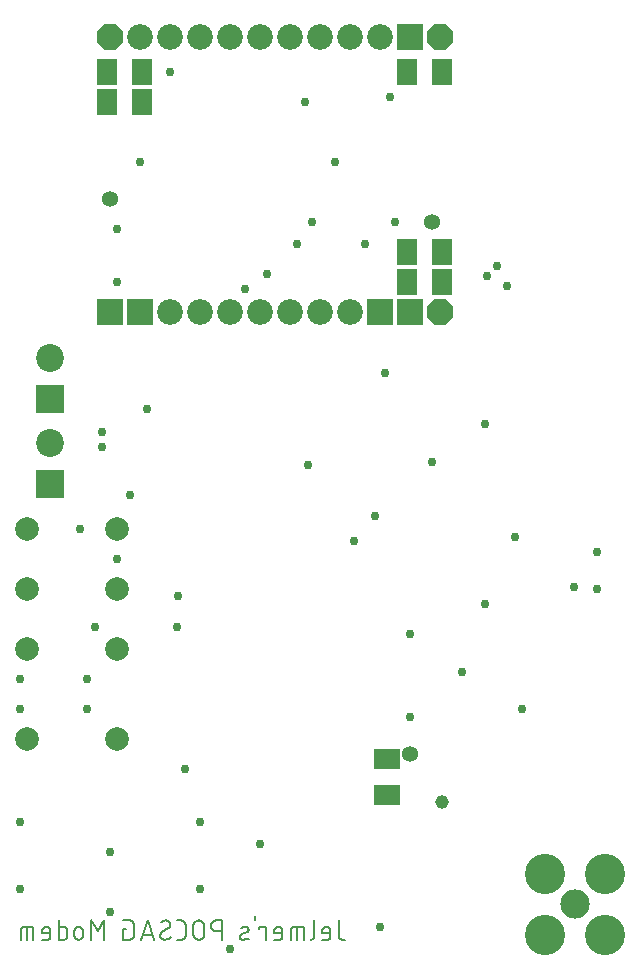
<source format=gbr>
G04 EAGLE Gerber RS-274X export*
G75*
%MOMM*%
%FSLAX34Y34*%
%LPD*%
%INSoldermask Bottom*%
%IPPOS*%
%AMOC8*
5,1,8,0,0,1.08239X$1,22.5*%
G01*
%ADD10C,0.152400*%
%ADD11R,1.703200X2.203200*%
%ADD12R,2.203200X1.703200*%
%ADD13R,2.183200X2.183200*%
%ADD14C,2.183200*%
%ADD15P,2.363074X8X22.500000*%
%ADD16R,2.363200X2.363200*%
%ADD17C,2.363200*%
%ADD18C,2.003200*%
%ADD19C,2.489200*%
%ADD20C,3.403600*%
%ADD21C,1.355600*%
%ADD22C,0.755600*%
%ADD23C,1.155600*%


D10*
X288997Y37338D02*
X288997Y24694D01*
X288998Y24694D02*
X289000Y24576D01*
X289006Y24458D01*
X289015Y24340D01*
X289029Y24223D01*
X289046Y24106D01*
X289067Y23989D01*
X289092Y23874D01*
X289121Y23759D01*
X289154Y23645D01*
X289190Y23533D01*
X289230Y23422D01*
X289273Y23312D01*
X289320Y23203D01*
X289370Y23096D01*
X289425Y22991D01*
X289482Y22888D01*
X289543Y22787D01*
X289607Y22687D01*
X289674Y22590D01*
X289744Y22495D01*
X289818Y22403D01*
X289894Y22312D01*
X289974Y22225D01*
X290056Y22140D01*
X290141Y22058D01*
X290228Y21978D01*
X290319Y21902D01*
X290411Y21828D01*
X290506Y21758D01*
X290603Y21691D01*
X290703Y21627D01*
X290804Y21566D01*
X290907Y21509D01*
X291012Y21454D01*
X291119Y21404D01*
X291228Y21357D01*
X291338Y21314D01*
X291449Y21274D01*
X291561Y21238D01*
X291675Y21205D01*
X291790Y21176D01*
X291905Y21151D01*
X292022Y21130D01*
X292139Y21113D01*
X292256Y21099D01*
X292374Y21090D01*
X292492Y21084D01*
X292610Y21082D01*
X294416Y21082D01*
X279360Y21082D02*
X274844Y21082D01*
X279360Y21082D02*
X279461Y21084D01*
X279562Y21090D01*
X279663Y21099D01*
X279764Y21112D01*
X279864Y21129D01*
X279963Y21150D01*
X280061Y21174D01*
X280158Y21202D01*
X280255Y21234D01*
X280350Y21269D01*
X280443Y21308D01*
X280535Y21350D01*
X280626Y21396D01*
X280715Y21445D01*
X280801Y21497D01*
X280886Y21553D01*
X280969Y21611D01*
X281049Y21673D01*
X281127Y21738D01*
X281203Y21805D01*
X281276Y21875D01*
X281346Y21948D01*
X281413Y22024D01*
X281478Y22102D01*
X281540Y22182D01*
X281598Y22265D01*
X281654Y22350D01*
X281706Y22436D01*
X281755Y22525D01*
X281801Y22616D01*
X281843Y22708D01*
X281882Y22801D01*
X281917Y22896D01*
X281949Y22993D01*
X281977Y23090D01*
X282001Y23188D01*
X282022Y23287D01*
X282039Y23387D01*
X282052Y23488D01*
X282061Y23589D01*
X282067Y23690D01*
X282069Y23791D01*
X282069Y28307D01*
X282067Y28426D01*
X282061Y28546D01*
X282051Y28665D01*
X282037Y28783D01*
X282020Y28902D01*
X281998Y29019D01*
X281973Y29136D01*
X281943Y29251D01*
X281910Y29366D01*
X281873Y29480D01*
X281833Y29592D01*
X281788Y29703D01*
X281740Y29812D01*
X281689Y29920D01*
X281634Y30026D01*
X281575Y30130D01*
X281513Y30232D01*
X281448Y30332D01*
X281379Y30430D01*
X281307Y30526D01*
X281232Y30619D01*
X281155Y30709D01*
X281074Y30797D01*
X280990Y30882D01*
X280903Y30964D01*
X280814Y31044D01*
X280722Y31120D01*
X280628Y31194D01*
X280531Y31264D01*
X280433Y31331D01*
X280332Y31395D01*
X280228Y31455D01*
X280123Y31512D01*
X280016Y31565D01*
X279908Y31615D01*
X279798Y31661D01*
X279686Y31703D01*
X279573Y31742D01*
X279459Y31777D01*
X279344Y31808D01*
X279227Y31836D01*
X279110Y31859D01*
X278993Y31879D01*
X278874Y31895D01*
X278755Y31907D01*
X278636Y31915D01*
X278517Y31919D01*
X278397Y31919D01*
X278278Y31915D01*
X278159Y31907D01*
X278040Y31895D01*
X277921Y31879D01*
X277804Y31859D01*
X277687Y31836D01*
X277570Y31808D01*
X277455Y31777D01*
X277341Y31742D01*
X277228Y31703D01*
X277116Y31661D01*
X277006Y31615D01*
X276898Y31565D01*
X276791Y31512D01*
X276686Y31455D01*
X276582Y31395D01*
X276481Y31331D01*
X276383Y31264D01*
X276286Y31194D01*
X276192Y31120D01*
X276100Y31044D01*
X276011Y30964D01*
X275924Y30882D01*
X275840Y30797D01*
X275759Y30709D01*
X275682Y30619D01*
X275607Y30526D01*
X275535Y30430D01*
X275466Y30332D01*
X275401Y30232D01*
X275339Y30130D01*
X275280Y30026D01*
X275225Y29920D01*
X275174Y29812D01*
X275126Y29703D01*
X275081Y29592D01*
X275041Y29480D01*
X275004Y29366D01*
X274971Y29251D01*
X274941Y29136D01*
X274916Y29019D01*
X274894Y28902D01*
X274877Y28783D01*
X274863Y28665D01*
X274853Y28546D01*
X274847Y28426D01*
X274845Y28307D01*
X274844Y28307D02*
X274844Y26501D01*
X282069Y26501D01*
X268285Y23791D02*
X268285Y37338D01*
X268285Y23791D02*
X268283Y23690D01*
X268277Y23589D01*
X268268Y23488D01*
X268255Y23387D01*
X268238Y23287D01*
X268217Y23188D01*
X268193Y23090D01*
X268165Y22993D01*
X268133Y22896D01*
X268098Y22801D01*
X268059Y22708D01*
X268017Y22616D01*
X267971Y22525D01*
X267922Y22436D01*
X267870Y22350D01*
X267814Y22265D01*
X267756Y22182D01*
X267694Y22102D01*
X267629Y22024D01*
X267562Y21948D01*
X267492Y21875D01*
X267419Y21805D01*
X267343Y21738D01*
X267265Y21673D01*
X267185Y21611D01*
X267102Y21553D01*
X267017Y21497D01*
X266931Y21445D01*
X266842Y21396D01*
X266751Y21350D01*
X266659Y21308D01*
X266566Y21269D01*
X266471Y21234D01*
X266374Y21202D01*
X266277Y21174D01*
X266179Y21150D01*
X266080Y21129D01*
X265980Y21112D01*
X265879Y21099D01*
X265778Y21090D01*
X265677Y21084D01*
X265576Y21082D01*
X259386Y21082D02*
X259386Y31919D01*
X251258Y31919D01*
X251157Y31917D01*
X251056Y31911D01*
X250955Y31902D01*
X250854Y31889D01*
X250754Y31872D01*
X250655Y31851D01*
X250557Y31827D01*
X250460Y31799D01*
X250363Y31767D01*
X250268Y31732D01*
X250175Y31693D01*
X250083Y31651D01*
X249992Y31605D01*
X249904Y31556D01*
X249817Y31504D01*
X249732Y31448D01*
X249649Y31390D01*
X249569Y31328D01*
X249491Y31263D01*
X249415Y31196D01*
X249342Y31126D01*
X249272Y31053D01*
X249205Y30977D01*
X249140Y30899D01*
X249078Y30819D01*
X249020Y30736D01*
X248964Y30651D01*
X248912Y30564D01*
X248863Y30476D01*
X248817Y30385D01*
X248775Y30293D01*
X248736Y30200D01*
X248701Y30105D01*
X248669Y30008D01*
X248641Y29911D01*
X248617Y29813D01*
X248596Y29714D01*
X248579Y29614D01*
X248566Y29513D01*
X248557Y29412D01*
X248551Y29311D01*
X248549Y29210D01*
X248549Y21082D01*
X253968Y21082D02*
X253968Y31919D01*
X238718Y21082D02*
X234203Y21082D01*
X238718Y21082D02*
X238819Y21084D01*
X238920Y21090D01*
X239021Y21099D01*
X239122Y21112D01*
X239222Y21129D01*
X239321Y21150D01*
X239419Y21174D01*
X239516Y21202D01*
X239613Y21234D01*
X239708Y21269D01*
X239801Y21308D01*
X239893Y21350D01*
X239984Y21396D01*
X240073Y21445D01*
X240159Y21497D01*
X240244Y21553D01*
X240327Y21611D01*
X240407Y21673D01*
X240485Y21738D01*
X240561Y21805D01*
X240634Y21875D01*
X240704Y21948D01*
X240771Y22024D01*
X240836Y22102D01*
X240898Y22182D01*
X240956Y22265D01*
X241012Y22350D01*
X241064Y22436D01*
X241113Y22525D01*
X241159Y22616D01*
X241201Y22708D01*
X241240Y22801D01*
X241275Y22896D01*
X241307Y22993D01*
X241335Y23090D01*
X241359Y23188D01*
X241380Y23287D01*
X241397Y23387D01*
X241410Y23488D01*
X241419Y23589D01*
X241425Y23690D01*
X241427Y23791D01*
X241428Y23791D02*
X241428Y28307D01*
X241427Y28307D02*
X241425Y28426D01*
X241419Y28546D01*
X241409Y28665D01*
X241395Y28783D01*
X241378Y28902D01*
X241356Y29019D01*
X241331Y29136D01*
X241301Y29251D01*
X241268Y29366D01*
X241231Y29480D01*
X241191Y29592D01*
X241146Y29703D01*
X241098Y29812D01*
X241047Y29920D01*
X240992Y30026D01*
X240933Y30130D01*
X240871Y30232D01*
X240806Y30332D01*
X240737Y30430D01*
X240665Y30526D01*
X240590Y30619D01*
X240513Y30709D01*
X240432Y30797D01*
X240348Y30882D01*
X240261Y30964D01*
X240172Y31044D01*
X240080Y31120D01*
X239986Y31194D01*
X239889Y31264D01*
X239791Y31331D01*
X239690Y31395D01*
X239586Y31455D01*
X239481Y31512D01*
X239374Y31565D01*
X239266Y31615D01*
X239156Y31661D01*
X239044Y31703D01*
X238931Y31742D01*
X238817Y31777D01*
X238702Y31808D01*
X238585Y31836D01*
X238468Y31859D01*
X238351Y31879D01*
X238232Y31895D01*
X238113Y31907D01*
X237994Y31915D01*
X237875Y31919D01*
X237755Y31919D01*
X237636Y31915D01*
X237517Y31907D01*
X237398Y31895D01*
X237279Y31879D01*
X237162Y31859D01*
X237045Y31836D01*
X236928Y31808D01*
X236813Y31777D01*
X236699Y31742D01*
X236586Y31703D01*
X236474Y31661D01*
X236364Y31615D01*
X236256Y31565D01*
X236149Y31512D01*
X236044Y31455D01*
X235940Y31395D01*
X235839Y31331D01*
X235741Y31264D01*
X235644Y31194D01*
X235550Y31120D01*
X235458Y31044D01*
X235369Y30964D01*
X235282Y30882D01*
X235198Y30797D01*
X235117Y30709D01*
X235040Y30619D01*
X234965Y30526D01*
X234893Y30430D01*
X234824Y30332D01*
X234759Y30232D01*
X234697Y30130D01*
X234638Y30026D01*
X234583Y29920D01*
X234532Y29812D01*
X234484Y29703D01*
X234439Y29592D01*
X234399Y29480D01*
X234362Y29366D01*
X234329Y29251D01*
X234299Y29136D01*
X234274Y29019D01*
X234252Y28902D01*
X234235Y28783D01*
X234221Y28665D01*
X234211Y28546D01*
X234205Y28426D01*
X234203Y28307D01*
X234203Y26501D01*
X241428Y26501D01*
X227275Y21082D02*
X227275Y31919D01*
X221856Y31919D01*
X221856Y30113D01*
X218016Y37338D02*
X218016Y40950D01*
X211416Y27404D02*
X206900Y25598D01*
X211416Y27404D02*
X211504Y27441D01*
X211590Y27482D01*
X211675Y27526D01*
X211758Y27574D01*
X211838Y27625D01*
X211917Y27679D01*
X211993Y27737D01*
X212067Y27797D01*
X212139Y27861D01*
X212207Y27927D01*
X212273Y27997D01*
X212336Y28068D01*
X212397Y28143D01*
X212454Y28219D01*
X212507Y28298D01*
X212558Y28379D01*
X212605Y28462D01*
X212649Y28547D01*
X212689Y28634D01*
X212726Y28722D01*
X212759Y28812D01*
X212789Y28903D01*
X212814Y28995D01*
X212836Y29088D01*
X212854Y29182D01*
X212869Y29276D01*
X212879Y29371D01*
X212885Y29467D01*
X212888Y29562D01*
X212887Y29658D01*
X212881Y29753D01*
X212872Y29849D01*
X212859Y29943D01*
X212843Y30037D01*
X212822Y30131D01*
X212797Y30223D01*
X212769Y30314D01*
X212737Y30404D01*
X212702Y30493D01*
X212663Y30580D01*
X212620Y30666D01*
X212574Y30750D01*
X212524Y30831D01*
X212472Y30911D01*
X212416Y30989D01*
X212356Y31064D01*
X212294Y31136D01*
X212229Y31206D01*
X212161Y31274D01*
X212091Y31338D01*
X212018Y31400D01*
X211942Y31458D01*
X211864Y31514D01*
X211784Y31566D01*
X211702Y31615D01*
X211618Y31660D01*
X211532Y31702D01*
X211445Y31741D01*
X211356Y31776D01*
X211265Y31807D01*
X211174Y31834D01*
X211081Y31858D01*
X210988Y31878D01*
X210894Y31894D01*
X210799Y31906D01*
X210704Y31915D01*
X210608Y31919D01*
X210513Y31920D01*
X210266Y31913D01*
X210020Y31901D01*
X209774Y31883D01*
X209528Y31858D01*
X209284Y31828D01*
X209040Y31792D01*
X208797Y31751D01*
X208555Y31703D01*
X208314Y31649D01*
X208075Y31590D01*
X207837Y31525D01*
X207601Y31454D01*
X207366Y31378D01*
X207133Y31296D01*
X206903Y31208D01*
X206675Y31115D01*
X206448Y31017D01*
X206900Y25597D02*
X206812Y25560D01*
X206726Y25519D01*
X206641Y25475D01*
X206558Y25427D01*
X206478Y25376D01*
X206399Y25322D01*
X206323Y25264D01*
X206249Y25204D01*
X206177Y25140D01*
X206109Y25074D01*
X206043Y25004D01*
X205980Y24933D01*
X205919Y24858D01*
X205862Y24782D01*
X205809Y24703D01*
X205758Y24622D01*
X205711Y24539D01*
X205667Y24454D01*
X205627Y24367D01*
X205590Y24279D01*
X205557Y24189D01*
X205527Y24098D01*
X205502Y24006D01*
X205480Y23913D01*
X205462Y23819D01*
X205447Y23725D01*
X205437Y23630D01*
X205431Y23534D01*
X205428Y23439D01*
X205429Y23343D01*
X205435Y23248D01*
X205444Y23152D01*
X205457Y23058D01*
X205473Y22964D01*
X205494Y22870D01*
X205519Y22778D01*
X205547Y22687D01*
X205579Y22597D01*
X205614Y22508D01*
X205653Y22421D01*
X205696Y22335D01*
X205742Y22251D01*
X205792Y22170D01*
X205844Y22090D01*
X205900Y22012D01*
X205960Y21937D01*
X206022Y21865D01*
X206087Y21795D01*
X206155Y21727D01*
X206225Y21663D01*
X206298Y21601D01*
X206374Y21543D01*
X206452Y21487D01*
X206532Y21435D01*
X206614Y21386D01*
X206698Y21341D01*
X206784Y21299D01*
X206871Y21260D01*
X206960Y21225D01*
X207051Y21194D01*
X207142Y21167D01*
X207235Y21143D01*
X207328Y21123D01*
X207422Y21107D01*
X207517Y21095D01*
X207612Y21086D01*
X207708Y21082D01*
X207803Y21081D01*
X207804Y21082D02*
X208166Y21091D01*
X208528Y21109D01*
X208889Y21136D01*
X209249Y21171D01*
X209609Y21214D01*
X209968Y21266D01*
X210325Y21327D01*
X210680Y21396D01*
X211034Y21473D01*
X211386Y21559D01*
X211736Y21653D01*
X212084Y21756D01*
X212429Y21866D01*
X212771Y21985D01*
X190016Y21082D02*
X190016Y37338D01*
X185500Y37338D01*
X185367Y37336D01*
X185235Y37330D01*
X185103Y37320D01*
X184971Y37307D01*
X184839Y37289D01*
X184709Y37268D01*
X184578Y37243D01*
X184449Y37214D01*
X184321Y37181D01*
X184193Y37145D01*
X184067Y37105D01*
X183942Y37061D01*
X183818Y37013D01*
X183696Y36962D01*
X183575Y36907D01*
X183456Y36849D01*
X183338Y36787D01*
X183223Y36722D01*
X183109Y36653D01*
X182998Y36582D01*
X182889Y36506D01*
X182782Y36428D01*
X182677Y36347D01*
X182575Y36262D01*
X182475Y36175D01*
X182378Y36085D01*
X182283Y35992D01*
X182192Y35896D01*
X182103Y35798D01*
X182017Y35697D01*
X181934Y35593D01*
X181854Y35487D01*
X181778Y35379D01*
X181704Y35269D01*
X181634Y35156D01*
X181567Y35042D01*
X181504Y34925D01*
X181444Y34807D01*
X181387Y34687D01*
X181334Y34565D01*
X181285Y34442D01*
X181239Y34318D01*
X181197Y34192D01*
X181159Y34065D01*
X181124Y33937D01*
X181093Y33808D01*
X181066Y33679D01*
X181043Y33548D01*
X181023Y33417D01*
X181008Y33285D01*
X180996Y33153D01*
X180988Y33021D01*
X180984Y32888D01*
X180984Y32756D01*
X180988Y32623D01*
X180996Y32491D01*
X181008Y32359D01*
X181023Y32227D01*
X181043Y32096D01*
X181066Y31965D01*
X181093Y31836D01*
X181124Y31707D01*
X181159Y31579D01*
X181197Y31452D01*
X181239Y31326D01*
X181285Y31202D01*
X181334Y31079D01*
X181387Y30957D01*
X181444Y30837D01*
X181504Y30719D01*
X181567Y30602D01*
X181634Y30488D01*
X181704Y30375D01*
X181778Y30265D01*
X181854Y30157D01*
X181934Y30051D01*
X182017Y29947D01*
X182103Y29846D01*
X182192Y29748D01*
X182283Y29652D01*
X182378Y29559D01*
X182475Y29469D01*
X182575Y29382D01*
X182677Y29297D01*
X182782Y29216D01*
X182889Y29138D01*
X182998Y29062D01*
X183109Y28991D01*
X183223Y28922D01*
X183338Y28857D01*
X183456Y28795D01*
X183575Y28737D01*
X183696Y28682D01*
X183818Y28631D01*
X183942Y28583D01*
X184067Y28539D01*
X184193Y28499D01*
X184321Y28463D01*
X184449Y28430D01*
X184578Y28401D01*
X184709Y28376D01*
X184839Y28355D01*
X184971Y28337D01*
X185103Y28324D01*
X185235Y28314D01*
X185367Y28308D01*
X185500Y28306D01*
X185500Y28307D02*
X190016Y28307D01*
X175117Y25598D02*
X175117Y32822D01*
X175115Y32955D01*
X175109Y33087D01*
X175099Y33219D01*
X175086Y33351D01*
X175068Y33483D01*
X175047Y33613D01*
X175022Y33744D01*
X174993Y33873D01*
X174960Y34001D01*
X174924Y34129D01*
X174884Y34255D01*
X174840Y34380D01*
X174792Y34504D01*
X174741Y34626D01*
X174686Y34747D01*
X174628Y34866D01*
X174566Y34984D01*
X174501Y35099D01*
X174432Y35213D01*
X174361Y35324D01*
X174285Y35433D01*
X174207Y35540D01*
X174126Y35645D01*
X174041Y35747D01*
X173954Y35847D01*
X173864Y35944D01*
X173771Y36039D01*
X173675Y36130D01*
X173577Y36219D01*
X173476Y36305D01*
X173372Y36388D01*
X173266Y36468D01*
X173158Y36544D01*
X173048Y36618D01*
X172935Y36688D01*
X172821Y36755D01*
X172704Y36818D01*
X172586Y36878D01*
X172466Y36935D01*
X172344Y36988D01*
X172221Y37037D01*
X172097Y37083D01*
X171971Y37125D01*
X171844Y37163D01*
X171716Y37198D01*
X171587Y37229D01*
X171458Y37256D01*
X171327Y37279D01*
X171196Y37299D01*
X171064Y37314D01*
X170932Y37326D01*
X170800Y37334D01*
X170667Y37338D01*
X170535Y37338D01*
X170402Y37334D01*
X170270Y37326D01*
X170138Y37314D01*
X170006Y37299D01*
X169875Y37279D01*
X169744Y37256D01*
X169615Y37229D01*
X169486Y37198D01*
X169358Y37163D01*
X169231Y37125D01*
X169105Y37083D01*
X168981Y37037D01*
X168858Y36988D01*
X168736Y36935D01*
X168616Y36878D01*
X168498Y36818D01*
X168381Y36755D01*
X168267Y36688D01*
X168154Y36618D01*
X168044Y36544D01*
X167936Y36468D01*
X167830Y36388D01*
X167726Y36305D01*
X167625Y36219D01*
X167527Y36130D01*
X167431Y36039D01*
X167338Y35944D01*
X167248Y35847D01*
X167161Y35747D01*
X167076Y35645D01*
X166995Y35540D01*
X166917Y35433D01*
X166841Y35324D01*
X166770Y35213D01*
X166701Y35099D01*
X166636Y34984D01*
X166574Y34866D01*
X166516Y34747D01*
X166461Y34626D01*
X166410Y34504D01*
X166362Y34380D01*
X166318Y34255D01*
X166278Y34129D01*
X166242Y34001D01*
X166209Y33873D01*
X166180Y33744D01*
X166155Y33613D01*
X166134Y33483D01*
X166116Y33351D01*
X166103Y33219D01*
X166093Y33087D01*
X166087Y32955D01*
X166085Y32822D01*
X166086Y32822D02*
X166086Y25598D01*
X166085Y25598D02*
X166087Y25465D01*
X166093Y25333D01*
X166103Y25201D01*
X166116Y25069D01*
X166134Y24937D01*
X166155Y24807D01*
X166180Y24676D01*
X166209Y24547D01*
X166242Y24419D01*
X166278Y24291D01*
X166318Y24165D01*
X166362Y24040D01*
X166410Y23916D01*
X166461Y23794D01*
X166516Y23673D01*
X166574Y23554D01*
X166636Y23436D01*
X166701Y23321D01*
X166770Y23207D01*
X166841Y23096D01*
X166917Y22987D01*
X166995Y22880D01*
X167076Y22775D01*
X167161Y22673D01*
X167248Y22573D01*
X167338Y22476D01*
X167431Y22381D01*
X167527Y22290D01*
X167625Y22201D01*
X167726Y22115D01*
X167830Y22032D01*
X167936Y21952D01*
X168044Y21876D01*
X168154Y21802D01*
X168267Y21732D01*
X168381Y21665D01*
X168498Y21602D01*
X168616Y21542D01*
X168736Y21485D01*
X168858Y21432D01*
X168981Y21383D01*
X169105Y21337D01*
X169231Y21295D01*
X169358Y21257D01*
X169486Y21222D01*
X169615Y21191D01*
X169744Y21164D01*
X169875Y21141D01*
X170006Y21121D01*
X170138Y21106D01*
X170270Y21094D01*
X170402Y21086D01*
X170535Y21082D01*
X170667Y21082D01*
X170800Y21086D01*
X170932Y21094D01*
X171064Y21106D01*
X171196Y21121D01*
X171327Y21141D01*
X171458Y21164D01*
X171587Y21191D01*
X171716Y21222D01*
X171844Y21257D01*
X171971Y21295D01*
X172097Y21337D01*
X172221Y21383D01*
X172344Y21432D01*
X172466Y21485D01*
X172586Y21542D01*
X172704Y21602D01*
X172821Y21665D01*
X172935Y21732D01*
X173048Y21802D01*
X173158Y21876D01*
X173266Y21952D01*
X173372Y22032D01*
X173476Y22115D01*
X173577Y22201D01*
X173675Y22290D01*
X173771Y22381D01*
X173864Y22476D01*
X173954Y22573D01*
X174041Y22673D01*
X174126Y22775D01*
X174207Y22880D01*
X174285Y22987D01*
X174361Y23096D01*
X174432Y23207D01*
X174501Y23321D01*
X174566Y23436D01*
X174628Y23554D01*
X174686Y23673D01*
X174741Y23794D01*
X174792Y23916D01*
X174840Y24040D01*
X174884Y24165D01*
X174924Y24291D01*
X174960Y24419D01*
X174993Y24547D01*
X175022Y24676D01*
X175047Y24807D01*
X175068Y24937D01*
X175086Y25069D01*
X175099Y25201D01*
X175109Y25333D01*
X175115Y25465D01*
X175117Y25598D01*
X155913Y21082D02*
X152300Y21082D01*
X155913Y21082D02*
X156031Y21084D01*
X156149Y21090D01*
X156267Y21099D01*
X156384Y21113D01*
X156501Y21130D01*
X156618Y21151D01*
X156733Y21176D01*
X156848Y21205D01*
X156962Y21238D01*
X157074Y21274D01*
X157185Y21314D01*
X157295Y21357D01*
X157404Y21404D01*
X157511Y21454D01*
X157616Y21509D01*
X157719Y21566D01*
X157820Y21627D01*
X157920Y21691D01*
X158017Y21758D01*
X158112Y21828D01*
X158204Y21902D01*
X158295Y21978D01*
X158382Y22058D01*
X158467Y22140D01*
X158549Y22225D01*
X158629Y22312D01*
X158705Y22403D01*
X158779Y22495D01*
X158849Y22590D01*
X158916Y22687D01*
X158980Y22787D01*
X159041Y22888D01*
X159098Y22991D01*
X159153Y23096D01*
X159203Y23203D01*
X159250Y23312D01*
X159293Y23422D01*
X159333Y23533D01*
X159369Y23645D01*
X159402Y23759D01*
X159431Y23874D01*
X159456Y23989D01*
X159477Y24106D01*
X159494Y24223D01*
X159508Y24340D01*
X159517Y24458D01*
X159523Y24576D01*
X159525Y24694D01*
X159525Y33726D01*
X159523Y33844D01*
X159517Y33962D01*
X159508Y34080D01*
X159494Y34197D01*
X159477Y34314D01*
X159456Y34431D01*
X159431Y34546D01*
X159402Y34661D01*
X159369Y34775D01*
X159333Y34887D01*
X159293Y34998D01*
X159250Y35108D01*
X159203Y35217D01*
X159153Y35324D01*
X159098Y35429D01*
X159041Y35532D01*
X158980Y35633D01*
X158916Y35733D01*
X158849Y35830D01*
X158779Y35925D01*
X158705Y36017D01*
X158629Y36108D01*
X158549Y36195D01*
X158467Y36280D01*
X158382Y36362D01*
X158295Y36442D01*
X158204Y36518D01*
X158112Y36592D01*
X158017Y36662D01*
X157920Y36729D01*
X157820Y36793D01*
X157719Y36854D01*
X157616Y36911D01*
X157511Y36966D01*
X157404Y37016D01*
X157295Y37063D01*
X157185Y37106D01*
X157074Y37146D01*
X156962Y37182D01*
X156848Y37215D01*
X156733Y37244D01*
X156618Y37269D01*
X156501Y37290D01*
X156384Y37307D01*
X156267Y37321D01*
X156149Y37330D01*
X156031Y37336D01*
X155913Y37338D01*
X152300Y37338D01*
X137950Y24694D02*
X137952Y24576D01*
X137958Y24458D01*
X137967Y24340D01*
X137981Y24223D01*
X137998Y24106D01*
X138019Y23989D01*
X138044Y23874D01*
X138073Y23759D01*
X138106Y23645D01*
X138142Y23533D01*
X138182Y23422D01*
X138225Y23312D01*
X138272Y23203D01*
X138322Y23096D01*
X138377Y22991D01*
X138434Y22888D01*
X138495Y22787D01*
X138559Y22687D01*
X138626Y22590D01*
X138696Y22495D01*
X138770Y22403D01*
X138846Y22312D01*
X138926Y22225D01*
X139008Y22140D01*
X139093Y22058D01*
X139180Y21978D01*
X139271Y21902D01*
X139363Y21828D01*
X139458Y21758D01*
X139555Y21691D01*
X139655Y21627D01*
X139756Y21566D01*
X139859Y21509D01*
X139964Y21454D01*
X140071Y21404D01*
X140180Y21357D01*
X140290Y21314D01*
X140401Y21274D01*
X140513Y21238D01*
X140627Y21205D01*
X140742Y21176D01*
X140857Y21151D01*
X140974Y21130D01*
X141091Y21113D01*
X141208Y21099D01*
X141326Y21090D01*
X141444Y21084D01*
X141562Y21082D01*
X141745Y21084D01*
X141927Y21091D01*
X142109Y21102D01*
X142291Y21117D01*
X142473Y21137D01*
X142654Y21161D01*
X142834Y21189D01*
X143014Y21221D01*
X143193Y21258D01*
X143370Y21299D01*
X143547Y21345D01*
X143723Y21394D01*
X143898Y21448D01*
X144071Y21506D01*
X144242Y21568D01*
X144413Y21634D01*
X144581Y21705D01*
X144748Y21779D01*
X144913Y21857D01*
X145076Y21939D01*
X145237Y22025D01*
X145396Y22115D01*
X145553Y22209D01*
X145707Y22306D01*
X145859Y22407D01*
X146009Y22512D01*
X146156Y22620D01*
X146300Y22731D01*
X146442Y22846D01*
X146581Y22965D01*
X146717Y23087D01*
X146850Y23212D01*
X146980Y23340D01*
X146528Y33726D02*
X146526Y33844D01*
X146520Y33962D01*
X146511Y34080D01*
X146497Y34197D01*
X146480Y34314D01*
X146459Y34431D01*
X146434Y34546D01*
X146405Y34661D01*
X146372Y34775D01*
X146336Y34887D01*
X146296Y34998D01*
X146253Y35108D01*
X146206Y35217D01*
X146156Y35324D01*
X146101Y35429D01*
X146044Y35532D01*
X145983Y35633D01*
X145919Y35733D01*
X145852Y35830D01*
X145782Y35925D01*
X145708Y36017D01*
X145632Y36108D01*
X145552Y36195D01*
X145470Y36280D01*
X145385Y36362D01*
X145298Y36442D01*
X145207Y36518D01*
X145115Y36592D01*
X145020Y36662D01*
X144923Y36729D01*
X144823Y36793D01*
X144722Y36854D01*
X144619Y36911D01*
X144514Y36966D01*
X144407Y37016D01*
X144298Y37063D01*
X144188Y37106D01*
X144077Y37146D01*
X143965Y37182D01*
X143851Y37215D01*
X143736Y37244D01*
X143621Y37269D01*
X143504Y37290D01*
X143387Y37307D01*
X143270Y37321D01*
X143152Y37330D01*
X143034Y37336D01*
X142916Y37338D01*
X142755Y37336D01*
X142593Y37330D01*
X142432Y37321D01*
X142271Y37307D01*
X142111Y37290D01*
X141951Y37269D01*
X141791Y37244D01*
X141632Y37215D01*
X141474Y37183D01*
X141317Y37147D01*
X141161Y37107D01*
X141005Y37063D01*
X140851Y37015D01*
X140698Y36964D01*
X140546Y36910D01*
X140395Y36851D01*
X140246Y36790D01*
X140099Y36724D01*
X139953Y36655D01*
X139808Y36583D01*
X139666Y36507D01*
X139525Y36428D01*
X139386Y36346D01*
X139250Y36260D01*
X139115Y36171D01*
X138982Y36079D01*
X138852Y35983D01*
X144723Y30565D02*
X144824Y30627D01*
X144924Y30692D01*
X145021Y30761D01*
X145116Y30833D01*
X145209Y30907D01*
X145299Y30985D01*
X145387Y31066D01*
X145472Y31149D01*
X145554Y31235D01*
X145633Y31324D01*
X145710Y31415D01*
X145783Y31509D01*
X145854Y31605D01*
X145921Y31703D01*
X145985Y31803D01*
X146046Y31906D01*
X146103Y32010D01*
X146157Y32116D01*
X146207Y32224D01*
X146254Y32333D01*
X146298Y32444D01*
X146338Y32556D01*
X146374Y32670D01*
X146406Y32784D01*
X146435Y32900D01*
X146460Y33016D01*
X146481Y33133D01*
X146498Y33251D01*
X146512Y33369D01*
X146521Y33488D01*
X146527Y33607D01*
X146529Y33726D01*
X139755Y27855D02*
X139654Y27793D01*
X139554Y27728D01*
X139457Y27659D01*
X139362Y27587D01*
X139269Y27513D01*
X139179Y27435D01*
X139091Y27354D01*
X139006Y27271D01*
X138924Y27185D01*
X138845Y27096D01*
X138768Y27005D01*
X138695Y26911D01*
X138624Y26815D01*
X138557Y26717D01*
X138493Y26617D01*
X138432Y26514D01*
X138375Y26410D01*
X138321Y26304D01*
X138271Y26196D01*
X138224Y26087D01*
X138180Y25976D01*
X138140Y25864D01*
X138104Y25750D01*
X138072Y25636D01*
X138043Y25520D01*
X138018Y25404D01*
X137997Y25287D01*
X137980Y25169D01*
X137966Y25051D01*
X137957Y24932D01*
X137951Y24813D01*
X137949Y24694D01*
X139756Y27855D02*
X144723Y30565D01*
X132773Y21082D02*
X127355Y37338D01*
X121936Y21082D01*
X123291Y25146D02*
X131419Y25146D01*
X109396Y30113D02*
X106687Y30113D01*
X106687Y21082D01*
X112106Y21082D01*
X112224Y21084D01*
X112342Y21090D01*
X112460Y21099D01*
X112577Y21113D01*
X112694Y21130D01*
X112811Y21151D01*
X112926Y21176D01*
X113041Y21205D01*
X113155Y21238D01*
X113267Y21274D01*
X113378Y21314D01*
X113488Y21357D01*
X113597Y21404D01*
X113704Y21454D01*
X113809Y21509D01*
X113912Y21566D01*
X114013Y21627D01*
X114113Y21691D01*
X114210Y21758D01*
X114305Y21828D01*
X114397Y21902D01*
X114488Y21978D01*
X114575Y22058D01*
X114660Y22140D01*
X114742Y22225D01*
X114822Y22312D01*
X114898Y22403D01*
X114972Y22495D01*
X115042Y22590D01*
X115109Y22687D01*
X115173Y22787D01*
X115234Y22888D01*
X115291Y22991D01*
X115346Y23096D01*
X115396Y23203D01*
X115443Y23312D01*
X115486Y23422D01*
X115526Y23533D01*
X115562Y23645D01*
X115595Y23759D01*
X115624Y23874D01*
X115649Y23989D01*
X115670Y24106D01*
X115687Y24223D01*
X115701Y24340D01*
X115710Y24458D01*
X115716Y24576D01*
X115718Y24694D01*
X115718Y33726D01*
X115716Y33844D01*
X115710Y33962D01*
X115701Y34080D01*
X115687Y34197D01*
X115670Y34314D01*
X115649Y34431D01*
X115624Y34546D01*
X115595Y34661D01*
X115562Y34775D01*
X115526Y34887D01*
X115486Y34998D01*
X115443Y35108D01*
X115396Y35217D01*
X115346Y35324D01*
X115291Y35429D01*
X115234Y35532D01*
X115173Y35633D01*
X115109Y35733D01*
X115042Y35830D01*
X114972Y35925D01*
X114898Y36017D01*
X114822Y36108D01*
X114742Y36195D01*
X114660Y36280D01*
X114575Y36362D01*
X114488Y36442D01*
X114397Y36518D01*
X114305Y36592D01*
X114210Y36662D01*
X114113Y36729D01*
X114013Y36793D01*
X113912Y36854D01*
X113809Y36911D01*
X113704Y36966D01*
X113597Y37016D01*
X113488Y37063D01*
X113378Y37106D01*
X113267Y37146D01*
X113155Y37182D01*
X113041Y37215D01*
X112926Y37244D01*
X112811Y37269D01*
X112694Y37290D01*
X112577Y37307D01*
X112460Y37321D01*
X112342Y37330D01*
X112224Y37336D01*
X112106Y37338D01*
X106687Y37338D01*
X90569Y37338D02*
X90569Y21082D01*
X85150Y28307D02*
X90569Y37338D01*
X85150Y28307D02*
X79732Y37338D01*
X79732Y21082D01*
X72611Y24694D02*
X72611Y28307D01*
X72610Y28307D02*
X72608Y28426D01*
X72602Y28546D01*
X72592Y28665D01*
X72578Y28783D01*
X72561Y28902D01*
X72539Y29019D01*
X72514Y29136D01*
X72484Y29251D01*
X72451Y29366D01*
X72414Y29480D01*
X72374Y29592D01*
X72329Y29703D01*
X72281Y29812D01*
X72230Y29920D01*
X72175Y30026D01*
X72116Y30130D01*
X72054Y30232D01*
X71989Y30332D01*
X71920Y30430D01*
X71848Y30526D01*
X71773Y30619D01*
X71696Y30709D01*
X71615Y30797D01*
X71531Y30882D01*
X71444Y30964D01*
X71355Y31044D01*
X71263Y31120D01*
X71169Y31194D01*
X71072Y31264D01*
X70974Y31331D01*
X70873Y31395D01*
X70769Y31455D01*
X70664Y31512D01*
X70557Y31565D01*
X70449Y31615D01*
X70339Y31661D01*
X70227Y31703D01*
X70114Y31742D01*
X70000Y31777D01*
X69885Y31808D01*
X69768Y31836D01*
X69651Y31859D01*
X69534Y31879D01*
X69415Y31895D01*
X69296Y31907D01*
X69177Y31915D01*
X69058Y31919D01*
X68938Y31919D01*
X68819Y31915D01*
X68700Y31907D01*
X68581Y31895D01*
X68462Y31879D01*
X68345Y31859D01*
X68228Y31836D01*
X68111Y31808D01*
X67996Y31777D01*
X67882Y31742D01*
X67769Y31703D01*
X67657Y31661D01*
X67547Y31615D01*
X67439Y31565D01*
X67332Y31512D01*
X67227Y31455D01*
X67123Y31395D01*
X67022Y31331D01*
X66924Y31264D01*
X66827Y31194D01*
X66733Y31120D01*
X66641Y31044D01*
X66552Y30964D01*
X66465Y30882D01*
X66381Y30797D01*
X66300Y30709D01*
X66223Y30619D01*
X66148Y30526D01*
X66076Y30430D01*
X66007Y30332D01*
X65942Y30232D01*
X65880Y30130D01*
X65821Y30026D01*
X65766Y29920D01*
X65715Y29812D01*
X65667Y29703D01*
X65622Y29592D01*
X65582Y29480D01*
X65545Y29366D01*
X65512Y29251D01*
X65482Y29136D01*
X65457Y29019D01*
X65435Y28902D01*
X65418Y28783D01*
X65404Y28665D01*
X65394Y28546D01*
X65388Y28426D01*
X65386Y28307D01*
X65386Y24694D01*
X65388Y24575D01*
X65394Y24455D01*
X65404Y24336D01*
X65418Y24218D01*
X65435Y24099D01*
X65457Y23982D01*
X65482Y23865D01*
X65512Y23750D01*
X65545Y23635D01*
X65582Y23521D01*
X65622Y23409D01*
X65667Y23298D01*
X65715Y23189D01*
X65766Y23081D01*
X65821Y22975D01*
X65880Y22871D01*
X65942Y22769D01*
X66007Y22669D01*
X66076Y22571D01*
X66148Y22475D01*
X66223Y22382D01*
X66300Y22292D01*
X66381Y22204D01*
X66465Y22119D01*
X66552Y22037D01*
X66641Y21957D01*
X66733Y21881D01*
X66827Y21807D01*
X66924Y21737D01*
X67022Y21670D01*
X67123Y21606D01*
X67227Y21546D01*
X67332Y21489D01*
X67439Y21436D01*
X67547Y21386D01*
X67657Y21340D01*
X67769Y21298D01*
X67882Y21259D01*
X67996Y21224D01*
X68111Y21193D01*
X68228Y21165D01*
X68345Y21142D01*
X68462Y21122D01*
X68581Y21106D01*
X68700Y21094D01*
X68819Y21086D01*
X68938Y21082D01*
X69058Y21082D01*
X69177Y21086D01*
X69296Y21094D01*
X69415Y21106D01*
X69534Y21122D01*
X69651Y21142D01*
X69768Y21165D01*
X69885Y21193D01*
X70000Y21224D01*
X70114Y21259D01*
X70227Y21298D01*
X70339Y21340D01*
X70449Y21386D01*
X70557Y21436D01*
X70664Y21489D01*
X70769Y21546D01*
X70873Y21606D01*
X70974Y21670D01*
X71072Y21737D01*
X71169Y21807D01*
X71263Y21881D01*
X71355Y21957D01*
X71444Y22037D01*
X71531Y22119D01*
X71615Y22204D01*
X71696Y22292D01*
X71773Y22382D01*
X71848Y22475D01*
X71920Y22571D01*
X71989Y22669D01*
X72054Y22769D01*
X72116Y22871D01*
X72175Y22975D01*
X72230Y23081D01*
X72281Y23189D01*
X72329Y23298D01*
X72374Y23409D01*
X72414Y23521D01*
X72451Y23635D01*
X72484Y23750D01*
X72514Y23865D01*
X72539Y23982D01*
X72561Y24099D01*
X72578Y24218D01*
X72592Y24336D01*
X72602Y24455D01*
X72608Y24575D01*
X72610Y24694D01*
X51912Y21082D02*
X51912Y37338D01*
X51912Y21082D02*
X56427Y21082D01*
X56528Y21084D01*
X56629Y21090D01*
X56730Y21099D01*
X56831Y21112D01*
X56931Y21129D01*
X57030Y21150D01*
X57128Y21174D01*
X57225Y21202D01*
X57322Y21234D01*
X57417Y21269D01*
X57510Y21308D01*
X57602Y21350D01*
X57693Y21396D01*
X57781Y21445D01*
X57868Y21497D01*
X57953Y21553D01*
X58036Y21611D01*
X58116Y21673D01*
X58194Y21738D01*
X58270Y21805D01*
X58343Y21875D01*
X58413Y21948D01*
X58480Y22024D01*
X58545Y22102D01*
X58607Y22182D01*
X58665Y22265D01*
X58721Y22350D01*
X58773Y22436D01*
X58822Y22525D01*
X58868Y22616D01*
X58910Y22708D01*
X58949Y22801D01*
X58984Y22896D01*
X59016Y22993D01*
X59044Y23090D01*
X59068Y23188D01*
X59089Y23287D01*
X59106Y23387D01*
X59119Y23488D01*
X59128Y23589D01*
X59134Y23690D01*
X59136Y23791D01*
X59137Y23791D02*
X59137Y29210D01*
X59136Y29210D02*
X59134Y29311D01*
X59128Y29412D01*
X59119Y29513D01*
X59106Y29614D01*
X59089Y29714D01*
X59068Y29813D01*
X59044Y29911D01*
X59016Y30008D01*
X58984Y30105D01*
X58949Y30200D01*
X58910Y30293D01*
X58868Y30385D01*
X58822Y30476D01*
X58773Y30565D01*
X58721Y30651D01*
X58665Y30736D01*
X58607Y30819D01*
X58545Y30899D01*
X58480Y30977D01*
X58413Y31053D01*
X58343Y31126D01*
X58270Y31196D01*
X58194Y31263D01*
X58116Y31328D01*
X58036Y31390D01*
X57953Y31448D01*
X57868Y31504D01*
X57782Y31556D01*
X57693Y31605D01*
X57602Y31651D01*
X57510Y31693D01*
X57417Y31732D01*
X57322Y31767D01*
X57225Y31799D01*
X57128Y31827D01*
X57030Y31851D01*
X56931Y31872D01*
X56831Y31889D01*
X56730Y31902D01*
X56629Y31911D01*
X56528Y31917D01*
X56427Y31919D01*
X51912Y31919D01*
X42286Y21082D02*
X37771Y21082D01*
X42286Y21082D02*
X42387Y21084D01*
X42488Y21090D01*
X42589Y21099D01*
X42690Y21112D01*
X42790Y21129D01*
X42889Y21150D01*
X42987Y21174D01*
X43084Y21202D01*
X43181Y21234D01*
X43276Y21269D01*
X43369Y21308D01*
X43461Y21350D01*
X43552Y21396D01*
X43640Y21445D01*
X43727Y21497D01*
X43812Y21553D01*
X43895Y21611D01*
X43975Y21673D01*
X44053Y21738D01*
X44129Y21805D01*
X44202Y21875D01*
X44272Y21948D01*
X44339Y22024D01*
X44404Y22102D01*
X44466Y22182D01*
X44524Y22265D01*
X44580Y22350D01*
X44632Y22436D01*
X44681Y22525D01*
X44727Y22616D01*
X44769Y22708D01*
X44808Y22801D01*
X44843Y22896D01*
X44875Y22993D01*
X44903Y23090D01*
X44927Y23188D01*
X44948Y23287D01*
X44965Y23387D01*
X44978Y23488D01*
X44987Y23589D01*
X44993Y23690D01*
X44995Y23791D01*
X44995Y28307D01*
X44993Y28426D01*
X44987Y28546D01*
X44977Y28665D01*
X44963Y28783D01*
X44946Y28902D01*
X44924Y29019D01*
X44899Y29136D01*
X44869Y29251D01*
X44836Y29366D01*
X44799Y29480D01*
X44759Y29592D01*
X44714Y29703D01*
X44666Y29812D01*
X44615Y29920D01*
X44560Y30026D01*
X44501Y30130D01*
X44439Y30232D01*
X44374Y30332D01*
X44305Y30430D01*
X44233Y30526D01*
X44158Y30619D01*
X44081Y30709D01*
X44000Y30797D01*
X43916Y30882D01*
X43829Y30964D01*
X43740Y31044D01*
X43648Y31120D01*
X43554Y31194D01*
X43457Y31264D01*
X43359Y31331D01*
X43258Y31395D01*
X43154Y31455D01*
X43049Y31512D01*
X42942Y31565D01*
X42834Y31615D01*
X42724Y31661D01*
X42612Y31703D01*
X42499Y31742D01*
X42385Y31777D01*
X42270Y31808D01*
X42153Y31836D01*
X42036Y31859D01*
X41919Y31879D01*
X41800Y31895D01*
X41681Y31907D01*
X41562Y31915D01*
X41443Y31919D01*
X41323Y31919D01*
X41204Y31915D01*
X41085Y31907D01*
X40966Y31895D01*
X40847Y31879D01*
X40730Y31859D01*
X40613Y31836D01*
X40496Y31808D01*
X40381Y31777D01*
X40267Y31742D01*
X40154Y31703D01*
X40042Y31661D01*
X39932Y31615D01*
X39824Y31565D01*
X39717Y31512D01*
X39612Y31455D01*
X39508Y31395D01*
X39407Y31331D01*
X39309Y31264D01*
X39212Y31194D01*
X39118Y31120D01*
X39026Y31044D01*
X38937Y30964D01*
X38850Y30882D01*
X38766Y30797D01*
X38685Y30709D01*
X38608Y30619D01*
X38533Y30526D01*
X38461Y30430D01*
X38392Y30332D01*
X38327Y30232D01*
X38265Y30130D01*
X38206Y30026D01*
X38151Y29920D01*
X38100Y29812D01*
X38052Y29703D01*
X38007Y29592D01*
X37967Y29480D01*
X37930Y29366D01*
X37897Y29251D01*
X37867Y29136D01*
X37842Y29019D01*
X37820Y28902D01*
X37803Y28783D01*
X37789Y28665D01*
X37779Y28546D01*
X37773Y28426D01*
X37771Y28307D01*
X37771Y26501D01*
X44995Y26501D01*
X30649Y21082D02*
X30649Y31919D01*
X22521Y31919D01*
X22420Y31917D01*
X22319Y31911D01*
X22218Y31902D01*
X22117Y31889D01*
X22017Y31872D01*
X21918Y31851D01*
X21820Y31827D01*
X21723Y31799D01*
X21626Y31767D01*
X21531Y31732D01*
X21438Y31693D01*
X21346Y31651D01*
X21255Y31605D01*
X21167Y31556D01*
X21080Y31504D01*
X20995Y31448D01*
X20912Y31390D01*
X20832Y31328D01*
X20754Y31263D01*
X20678Y31196D01*
X20605Y31126D01*
X20535Y31053D01*
X20468Y30977D01*
X20403Y30899D01*
X20341Y30819D01*
X20283Y30736D01*
X20227Y30651D01*
X20175Y30564D01*
X20126Y30476D01*
X20080Y30385D01*
X20038Y30293D01*
X19999Y30200D01*
X19964Y30105D01*
X19932Y30008D01*
X19904Y29911D01*
X19880Y29813D01*
X19859Y29714D01*
X19842Y29614D01*
X19829Y29513D01*
X19820Y29412D01*
X19814Y29311D01*
X19812Y29210D01*
X19812Y21082D01*
X25231Y21082D02*
X25231Y31919D01*
D11*
X376950Y577850D03*
X346950Y577850D03*
X92950Y755650D03*
X122950Y755650D03*
X92950Y730250D03*
X122950Y730250D03*
X376950Y603250D03*
X346950Y603250D03*
D12*
X330200Y143750D03*
X330200Y173750D03*
D11*
X376950Y755650D03*
X346950Y755650D03*
D13*
X95250Y552450D03*
X120650Y552450D03*
D14*
X146050Y552450D03*
X171450Y552450D03*
X196850Y552450D03*
X222250Y552450D03*
X247650Y552450D03*
X273050Y552450D03*
X298450Y552450D03*
D13*
X323850Y552450D03*
X349250Y552450D03*
D15*
X374650Y552450D03*
X95250Y785450D03*
D14*
X120650Y785450D03*
X146050Y785450D03*
X171450Y785450D03*
X196850Y785450D03*
X222250Y785450D03*
X247650Y785450D03*
X273050Y785450D03*
X298450Y785450D03*
X323850Y785450D03*
D13*
X349250Y785450D03*
D15*
X374650Y785450D03*
D16*
X44550Y478600D03*
D17*
X44550Y513600D03*
D16*
X44450Y406400D03*
D17*
X44450Y441400D03*
D18*
X101600Y190500D03*
X101600Y266700D03*
X101600Y317500D03*
X101600Y368300D03*
X25400Y368300D03*
X25400Y317500D03*
X25400Y266700D03*
X25400Y190500D03*
D19*
X488950Y50800D03*
D20*
X463451Y76299D03*
X514449Y76299D03*
X514449Y25301D03*
X463451Y25301D03*
D21*
X349250Y177800D03*
D22*
X158750Y165100D03*
X222250Y101600D03*
X127000Y469900D03*
X146050Y755650D03*
X260350Y730250D03*
X285750Y679450D03*
X120650Y679450D03*
X101600Y622300D03*
X101600Y577850D03*
X254000Y609600D03*
X266700Y628650D03*
X311150Y609600D03*
X336550Y628650D03*
X209550Y571500D03*
X228600Y584200D03*
X101600Y342900D03*
X82550Y285750D03*
X152400Y285750D03*
X19050Y120650D03*
X19050Y63500D03*
X171450Y63500D03*
X95250Y44450D03*
X95250Y95250D03*
X171450Y120650D03*
X196850Y12700D03*
X323850Y31750D03*
X349250Y209550D03*
X444500Y215900D03*
X349250Y279400D03*
X412750Y304800D03*
X393700Y247650D03*
X438150Y361950D03*
X368300Y425450D03*
X412750Y457200D03*
X508000Y317500D03*
X508000Y349250D03*
X69850Y368300D03*
X19050Y241300D03*
X19050Y215900D03*
X76200Y241300D03*
X76200Y215900D03*
D21*
X368300Y628650D03*
X95250Y647700D03*
D23*
X376650Y137250D03*
D22*
X153125Y311875D03*
X88900Y438150D03*
X88900Y450850D03*
X319532Y379984D03*
X423164Y591566D03*
X302260Y358394D03*
X328168Y500888D03*
X487934Y319532D03*
X431800Y574294D03*
X332486Y734060D03*
X112268Y397256D03*
X263398Y423164D03*
X414528Y582930D03*
M02*

</source>
